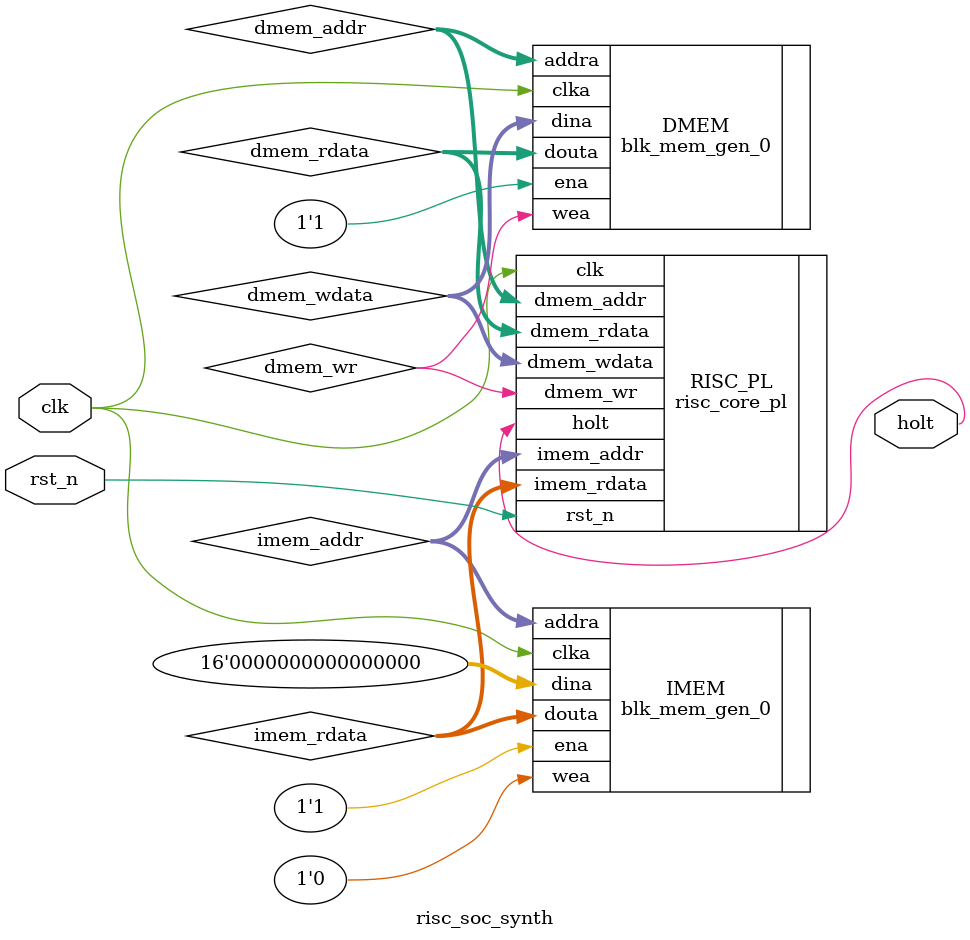
<source format=v>
/*************************************************************
* File Name   : risc_soc_synth.v
* Design Name : risc_soc_synth
* Version     : 
* Author      : 
* Date        : 
* Description : RISC SoC synthesis module
* Change Log  : 
*************************************************************/

module risc_soc_synth (
    //----- inputs -----
    input wire clk,
    input wire rst_n,
    
    //----- outputs -----
//    output wire [15:0] imem_rdata,
//    output wire [15:0] imem_addr,
//    output wire [15:0] dmem_rdata,
//    output wire [15:0] dmem_addr,
//    output wire [15:0] dmem_wdata,
//    output wire        dmem_wr,
    output wire        holt 
);
    //----- Parameters -----
    parameter imem_size = 64;
    parameter dmem_size = 32;

    //----- internal signals -----
    wire [15:0] imem_rdata;
    wire [15:0] imem_addr;
    wire [15:0] dmem_rdata;
    wire [15:0] dmem_addr;
    wire [15:0] dmem_wdata;
    wire        dmem_wr;
    
    //----- RISC core -----
    risc_core_pl #(
        .imem_size  ( imem_size  )
    ) RISC_PL (
        //----- inputs -----
        .clk        ( clk        ),
        .rst_n      ( rst_n      ),
        .imem_rdata ( imem_rdata ),
        .dmem_rdata ( dmem_rdata ),
    
        //----- outputs -----
        .imem_addr  ( imem_addr  ),
        .dmem_addr  ( dmem_addr  ),
        .dmem_wdata ( dmem_wdata ),
        .dmem_wr    ( dmem_wr    ),
        .holt       ( holt       ) 
    );
    
    //----- Memory blocks -----
    blk_mem_gen_0 IMEM (
        .clka  ( clk        ),
        .ena   ( 1'b1       ),
        .wea   ( 1'b0       ),
        .addra ( imem_addr  ),
        .dina  ( 16'b0      ),
        .douta ( imem_rdata ) 
    );
    
    blk_mem_gen_0 DMEM (
        .clka  ( clk        ),
        .ena   ( 1'b1       ),
        .wea   ( dmem_wr    ),
        .addra ( dmem_addr  ),
        .dina  ( dmem_wdata ),
        .douta ( dmem_rdata ) 
    );

endmodule

</source>
